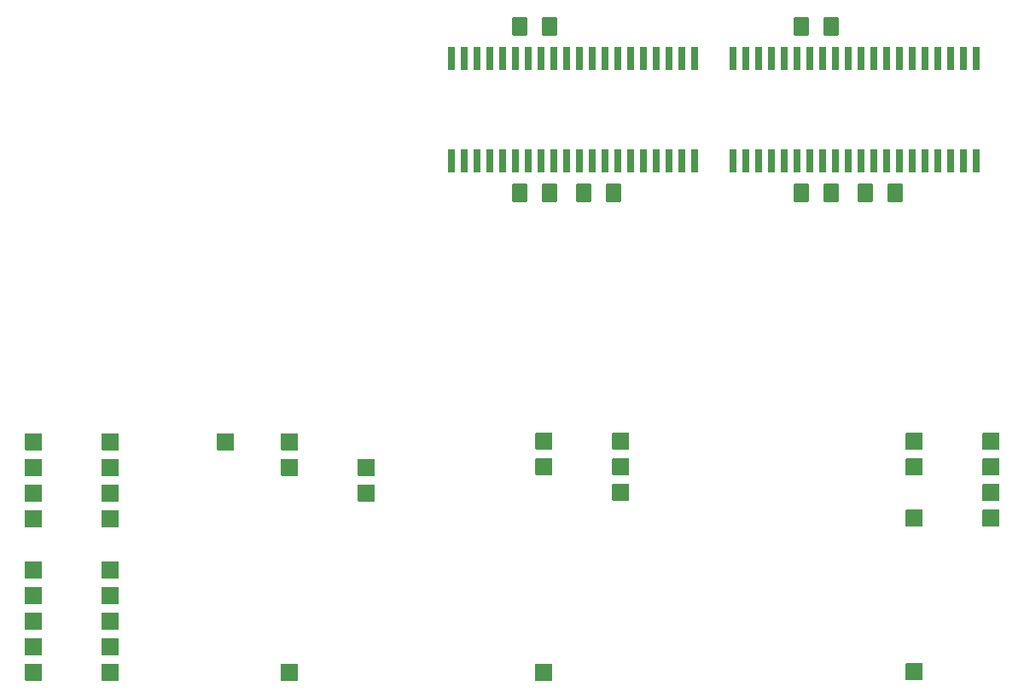
<source format=gts>
G04 #@! TF.GenerationSoftware,KiCad,Pcbnew,(5.1.2-1)-1*
G04 #@! TF.CreationDate,2019-09-30T22:51:03+01:00*
G04 #@! TF.ProjectId,DRAM Board,4452414d-2042-46f6-9172-642e6b696361,rev?*
G04 #@! TF.SameCoordinates,Original*
G04 #@! TF.FileFunction,Soldermask,Top*
G04 #@! TF.FilePolarity,Negative*
%FSLAX46Y46*%
G04 Gerber Fmt 4.6, Leading zero omitted, Abs format (unit mm)*
G04 Created by KiCad (PCBNEW (5.1.2-1)-1) date 2019-09-30 22:51:03*
%MOMM*%
%LPD*%
G04 APERTURE LIST*
%ADD10C,0.100000*%
G04 APERTURE END LIST*
D10*
G36*
X194367099Y-96497379D02*
G01*
X194389306Y-96504116D01*
X194409778Y-96515058D01*
X194427718Y-96529782D01*
X194442442Y-96547722D01*
X194453384Y-96568194D01*
X194460121Y-96590401D01*
X194463000Y-96619638D01*
X194463000Y-98071362D01*
X194460121Y-98100599D01*
X194453384Y-98122806D01*
X194442442Y-98143278D01*
X194427718Y-98161218D01*
X194409778Y-98175942D01*
X194389306Y-98186884D01*
X194367099Y-98193621D01*
X194337862Y-98196500D01*
X192886138Y-98196500D01*
X192856901Y-98193621D01*
X192834694Y-98186884D01*
X192814222Y-98175942D01*
X192796282Y-98161218D01*
X192781558Y-98143278D01*
X192770616Y-98122806D01*
X192763879Y-98100599D01*
X192761000Y-98071362D01*
X192761000Y-96619638D01*
X192763879Y-96590401D01*
X192770616Y-96568194D01*
X192781558Y-96547722D01*
X192796282Y-96529782D01*
X192814222Y-96515058D01*
X192834694Y-96504116D01*
X192856901Y-96497379D01*
X192886138Y-96494500D01*
X194337862Y-96494500D01*
X194367099Y-96497379D01*
X194367099Y-96497379D01*
G37*
G36*
X169157099Y-96497379D02*
G01*
X169179306Y-96504116D01*
X169199778Y-96515058D01*
X169217718Y-96529782D01*
X169232442Y-96547722D01*
X169243384Y-96568194D01*
X169250121Y-96590401D01*
X169253000Y-96619638D01*
X169253000Y-98071362D01*
X169250121Y-98100599D01*
X169243384Y-98122806D01*
X169232442Y-98143278D01*
X169217718Y-98161218D01*
X169199778Y-98175942D01*
X169179306Y-98186884D01*
X169157099Y-98193621D01*
X169127862Y-98196500D01*
X167676138Y-98196500D01*
X167646901Y-98193621D01*
X167624694Y-98186884D01*
X167604222Y-98175942D01*
X167586282Y-98161218D01*
X167571558Y-98143278D01*
X167560616Y-98122806D01*
X167553879Y-98100599D01*
X167551000Y-98071362D01*
X167551000Y-96619638D01*
X167553879Y-96590401D01*
X167560616Y-96568194D01*
X167571558Y-96547722D01*
X167586282Y-96529782D01*
X167604222Y-96515058D01*
X167624694Y-96504116D01*
X167646901Y-96497379D01*
X167676138Y-96494500D01*
X169127862Y-96494500D01*
X169157099Y-96497379D01*
X169157099Y-96497379D01*
G37*
G36*
X151377099Y-96497379D02*
G01*
X151399306Y-96504116D01*
X151419778Y-96515058D01*
X151437718Y-96529782D01*
X151452442Y-96547722D01*
X151463384Y-96568194D01*
X151470121Y-96590401D01*
X151473000Y-96619638D01*
X151473000Y-98071362D01*
X151470121Y-98100599D01*
X151463384Y-98122806D01*
X151452442Y-98143278D01*
X151437718Y-98161218D01*
X151419778Y-98175942D01*
X151399306Y-98186884D01*
X151377099Y-98193621D01*
X151347862Y-98196500D01*
X149896138Y-98196500D01*
X149866901Y-98193621D01*
X149844694Y-98186884D01*
X149824222Y-98175942D01*
X149806282Y-98161218D01*
X149791558Y-98143278D01*
X149780616Y-98122806D01*
X149773879Y-98100599D01*
X149771000Y-98071362D01*
X149771000Y-96619638D01*
X149773879Y-96590401D01*
X149780616Y-96568194D01*
X149791558Y-96547722D01*
X149806282Y-96529782D01*
X149824222Y-96515058D01*
X149844694Y-96504116D01*
X149866901Y-96497379D01*
X149896138Y-96494500D01*
X151347862Y-96494500D01*
X151377099Y-96497379D01*
X151377099Y-96497379D01*
G37*
G36*
X143757099Y-96484679D02*
G01*
X143779306Y-96491416D01*
X143799778Y-96502358D01*
X143817718Y-96517082D01*
X143832442Y-96535022D01*
X143843384Y-96555494D01*
X143850121Y-96577701D01*
X143853000Y-96606938D01*
X143853000Y-98058662D01*
X143850121Y-98087899D01*
X143843384Y-98110106D01*
X143832442Y-98130578D01*
X143817718Y-98148518D01*
X143799778Y-98163242D01*
X143779306Y-98174184D01*
X143757099Y-98180921D01*
X143727862Y-98183800D01*
X142276138Y-98183800D01*
X142246901Y-98180921D01*
X142224694Y-98174184D01*
X142204222Y-98163242D01*
X142186282Y-98148518D01*
X142171558Y-98130578D01*
X142160616Y-98110106D01*
X142153879Y-98087899D01*
X142151000Y-98058662D01*
X142151000Y-96606938D01*
X142153879Y-96577701D01*
X142160616Y-96555494D01*
X142171558Y-96535022D01*
X142186282Y-96517082D01*
X142204222Y-96502358D01*
X142224694Y-96491416D01*
X142246901Y-96484679D01*
X142276138Y-96481800D01*
X143727862Y-96481800D01*
X143757099Y-96484679D01*
X143757099Y-96484679D01*
G37*
G36*
X231133099Y-96433879D02*
G01*
X231155306Y-96440616D01*
X231175778Y-96451558D01*
X231193718Y-96466282D01*
X231208442Y-96484222D01*
X231219384Y-96504694D01*
X231226121Y-96526901D01*
X231229000Y-96556138D01*
X231229000Y-98007862D01*
X231226121Y-98037099D01*
X231219384Y-98059306D01*
X231208442Y-98079778D01*
X231193718Y-98097718D01*
X231175778Y-98112442D01*
X231155306Y-98123384D01*
X231133099Y-98130121D01*
X231103862Y-98133000D01*
X229652138Y-98133000D01*
X229622901Y-98130121D01*
X229600694Y-98123384D01*
X229580222Y-98112442D01*
X229562282Y-98097718D01*
X229547558Y-98079778D01*
X229536616Y-98059306D01*
X229529879Y-98037099D01*
X229527000Y-98007862D01*
X229527000Y-96556138D01*
X229529879Y-96526901D01*
X229536616Y-96504694D01*
X229547558Y-96484222D01*
X229562282Y-96466282D01*
X229580222Y-96451558D01*
X229600694Y-96440616D01*
X229622901Y-96433879D01*
X229652138Y-96431000D01*
X231103862Y-96431000D01*
X231133099Y-96433879D01*
X231133099Y-96433879D01*
G37*
G36*
X143757099Y-93957379D02*
G01*
X143779306Y-93964116D01*
X143799778Y-93975058D01*
X143817718Y-93989782D01*
X143832442Y-94007722D01*
X143843384Y-94028194D01*
X143850121Y-94050401D01*
X143853000Y-94079638D01*
X143853000Y-95531362D01*
X143850121Y-95560599D01*
X143843384Y-95582806D01*
X143832442Y-95603278D01*
X143817718Y-95621218D01*
X143799778Y-95635942D01*
X143779306Y-95646884D01*
X143757099Y-95653621D01*
X143727862Y-95656500D01*
X142276138Y-95656500D01*
X142246901Y-95653621D01*
X142224694Y-95646884D01*
X142204222Y-95635942D01*
X142186282Y-95621218D01*
X142171558Y-95603278D01*
X142160616Y-95582806D01*
X142153879Y-95560599D01*
X142151000Y-95531362D01*
X142151000Y-94079638D01*
X142153879Y-94050401D01*
X142160616Y-94028194D01*
X142171558Y-94007722D01*
X142186282Y-93989782D01*
X142204222Y-93975058D01*
X142224694Y-93964116D01*
X142246901Y-93957379D01*
X142276138Y-93954500D01*
X143727862Y-93954500D01*
X143757099Y-93957379D01*
X143757099Y-93957379D01*
G37*
G36*
X151377099Y-93957379D02*
G01*
X151399306Y-93964116D01*
X151419778Y-93975058D01*
X151437718Y-93989782D01*
X151452442Y-94007722D01*
X151463384Y-94028194D01*
X151470121Y-94050401D01*
X151473000Y-94079638D01*
X151473000Y-95531362D01*
X151470121Y-95560599D01*
X151463384Y-95582806D01*
X151452442Y-95603278D01*
X151437718Y-95621218D01*
X151419778Y-95635942D01*
X151399306Y-95646884D01*
X151377099Y-95653621D01*
X151347862Y-95656500D01*
X149896138Y-95656500D01*
X149866901Y-95653621D01*
X149844694Y-95646884D01*
X149824222Y-95635942D01*
X149806282Y-95621218D01*
X149791558Y-95603278D01*
X149780616Y-95582806D01*
X149773879Y-95560599D01*
X149771000Y-95531362D01*
X149771000Y-94079638D01*
X149773879Y-94050401D01*
X149780616Y-94028194D01*
X149791558Y-94007722D01*
X149806282Y-93989782D01*
X149824222Y-93975058D01*
X149844694Y-93964116D01*
X149866901Y-93957379D01*
X149896138Y-93954500D01*
X151347862Y-93954500D01*
X151377099Y-93957379D01*
X151377099Y-93957379D01*
G37*
G36*
X151377099Y-91417379D02*
G01*
X151399306Y-91424116D01*
X151419778Y-91435058D01*
X151437718Y-91449782D01*
X151452442Y-91467722D01*
X151463384Y-91488194D01*
X151470121Y-91510401D01*
X151473000Y-91539638D01*
X151473000Y-92991362D01*
X151470121Y-93020599D01*
X151463384Y-93042806D01*
X151452442Y-93063278D01*
X151437718Y-93081218D01*
X151419778Y-93095942D01*
X151399306Y-93106884D01*
X151377099Y-93113621D01*
X151347862Y-93116500D01*
X149896138Y-93116500D01*
X149866901Y-93113621D01*
X149844694Y-93106884D01*
X149824222Y-93095942D01*
X149806282Y-93081218D01*
X149791558Y-93063278D01*
X149780616Y-93042806D01*
X149773879Y-93020599D01*
X149771000Y-92991362D01*
X149771000Y-91539638D01*
X149773879Y-91510401D01*
X149780616Y-91488194D01*
X149791558Y-91467722D01*
X149806282Y-91449782D01*
X149824222Y-91435058D01*
X149844694Y-91424116D01*
X149866901Y-91417379D01*
X149896138Y-91414500D01*
X151347862Y-91414500D01*
X151377099Y-91417379D01*
X151377099Y-91417379D01*
G37*
G36*
X143757099Y-91417379D02*
G01*
X143779306Y-91424116D01*
X143799778Y-91435058D01*
X143817718Y-91449782D01*
X143832442Y-91467722D01*
X143843384Y-91488194D01*
X143850121Y-91510401D01*
X143853000Y-91539638D01*
X143853000Y-92991362D01*
X143850121Y-93020599D01*
X143843384Y-93042806D01*
X143832442Y-93063278D01*
X143817718Y-93081218D01*
X143799778Y-93095942D01*
X143779306Y-93106884D01*
X143757099Y-93113621D01*
X143727862Y-93116500D01*
X142276138Y-93116500D01*
X142246901Y-93113621D01*
X142224694Y-93106884D01*
X142204222Y-93095942D01*
X142186282Y-93081218D01*
X142171558Y-93063278D01*
X142160616Y-93042806D01*
X142153879Y-93020599D01*
X142151000Y-92991362D01*
X142151000Y-91539638D01*
X142153879Y-91510401D01*
X142160616Y-91488194D01*
X142171558Y-91467722D01*
X142186282Y-91449782D01*
X142204222Y-91435058D01*
X142224694Y-91424116D01*
X142246901Y-91417379D01*
X142276138Y-91414500D01*
X143727862Y-91414500D01*
X143757099Y-91417379D01*
X143757099Y-91417379D01*
G37*
G36*
X143757099Y-88877379D02*
G01*
X143779306Y-88884116D01*
X143799778Y-88895058D01*
X143817718Y-88909782D01*
X143832442Y-88927722D01*
X143843384Y-88948194D01*
X143850121Y-88970401D01*
X143853000Y-88999638D01*
X143853000Y-90451362D01*
X143850121Y-90480599D01*
X143843384Y-90502806D01*
X143832442Y-90523278D01*
X143817718Y-90541218D01*
X143799778Y-90555942D01*
X143779306Y-90566884D01*
X143757099Y-90573621D01*
X143727862Y-90576500D01*
X142276138Y-90576500D01*
X142246901Y-90573621D01*
X142224694Y-90566884D01*
X142204222Y-90555942D01*
X142186282Y-90541218D01*
X142171558Y-90523278D01*
X142160616Y-90502806D01*
X142153879Y-90480599D01*
X142151000Y-90451362D01*
X142151000Y-88999638D01*
X142153879Y-88970401D01*
X142160616Y-88948194D01*
X142171558Y-88927722D01*
X142186282Y-88909782D01*
X142204222Y-88895058D01*
X142224694Y-88884116D01*
X142246901Y-88877379D01*
X142276138Y-88874500D01*
X143727862Y-88874500D01*
X143757099Y-88877379D01*
X143757099Y-88877379D01*
G37*
G36*
X151377099Y-88877379D02*
G01*
X151399306Y-88884116D01*
X151419778Y-88895058D01*
X151437718Y-88909782D01*
X151452442Y-88927722D01*
X151463384Y-88948194D01*
X151470121Y-88970401D01*
X151473000Y-88999638D01*
X151473000Y-90451362D01*
X151470121Y-90480599D01*
X151463384Y-90502806D01*
X151452442Y-90523278D01*
X151437718Y-90541218D01*
X151419778Y-90555942D01*
X151399306Y-90566884D01*
X151377099Y-90573621D01*
X151347862Y-90576500D01*
X149896138Y-90576500D01*
X149866901Y-90573621D01*
X149844694Y-90566884D01*
X149824222Y-90555942D01*
X149806282Y-90541218D01*
X149791558Y-90523278D01*
X149780616Y-90502806D01*
X149773879Y-90480599D01*
X149771000Y-90451362D01*
X149771000Y-88999638D01*
X149773879Y-88970401D01*
X149780616Y-88948194D01*
X149791558Y-88927722D01*
X149806282Y-88909782D01*
X149824222Y-88895058D01*
X149844694Y-88884116D01*
X149866901Y-88877379D01*
X149896138Y-88874500D01*
X151347862Y-88874500D01*
X151377099Y-88877379D01*
X151377099Y-88877379D01*
G37*
G36*
X143757099Y-86337379D02*
G01*
X143779306Y-86344116D01*
X143799778Y-86355058D01*
X143817718Y-86369782D01*
X143832442Y-86387722D01*
X143843384Y-86408194D01*
X143850121Y-86430401D01*
X143853000Y-86459638D01*
X143853000Y-87911362D01*
X143850121Y-87940599D01*
X143843384Y-87962806D01*
X143832442Y-87983278D01*
X143817718Y-88001218D01*
X143799778Y-88015942D01*
X143779306Y-88026884D01*
X143757099Y-88033621D01*
X143727862Y-88036500D01*
X142276138Y-88036500D01*
X142246901Y-88033621D01*
X142224694Y-88026884D01*
X142204222Y-88015942D01*
X142186282Y-88001218D01*
X142171558Y-87983278D01*
X142160616Y-87962806D01*
X142153879Y-87940599D01*
X142151000Y-87911362D01*
X142151000Y-86459638D01*
X142153879Y-86430401D01*
X142160616Y-86408194D01*
X142171558Y-86387722D01*
X142186282Y-86369782D01*
X142204222Y-86355058D01*
X142224694Y-86344116D01*
X142246901Y-86337379D01*
X142276138Y-86334500D01*
X143727862Y-86334500D01*
X143757099Y-86337379D01*
X143757099Y-86337379D01*
G37*
G36*
X151377099Y-86337379D02*
G01*
X151399306Y-86344116D01*
X151419778Y-86355058D01*
X151437718Y-86369782D01*
X151452442Y-86387722D01*
X151463384Y-86408194D01*
X151470121Y-86430401D01*
X151473000Y-86459638D01*
X151473000Y-87911362D01*
X151470121Y-87940599D01*
X151463384Y-87962806D01*
X151452442Y-87983278D01*
X151437718Y-88001218D01*
X151419778Y-88015942D01*
X151399306Y-88026884D01*
X151377099Y-88033621D01*
X151347862Y-88036500D01*
X149896138Y-88036500D01*
X149866901Y-88033621D01*
X149844694Y-88026884D01*
X149824222Y-88015942D01*
X149806282Y-88001218D01*
X149791558Y-87983278D01*
X149780616Y-87962806D01*
X149773879Y-87940599D01*
X149771000Y-87911362D01*
X149771000Y-86459638D01*
X149773879Y-86430401D01*
X149780616Y-86408194D01*
X149791558Y-86387722D01*
X149806282Y-86369782D01*
X149824222Y-86355058D01*
X149844694Y-86344116D01*
X149866901Y-86337379D01*
X149896138Y-86334500D01*
X151347862Y-86334500D01*
X151377099Y-86337379D01*
X151377099Y-86337379D01*
G37*
G36*
X143757099Y-81257379D02*
G01*
X143779306Y-81264116D01*
X143799778Y-81275058D01*
X143817718Y-81289782D01*
X143832442Y-81307722D01*
X143843384Y-81328194D01*
X143850121Y-81350401D01*
X143853000Y-81379638D01*
X143853000Y-82831362D01*
X143850121Y-82860599D01*
X143843384Y-82882806D01*
X143832442Y-82903278D01*
X143817718Y-82921218D01*
X143799778Y-82935942D01*
X143779306Y-82946884D01*
X143757099Y-82953621D01*
X143727862Y-82956500D01*
X142276138Y-82956500D01*
X142246901Y-82953621D01*
X142224694Y-82946884D01*
X142204222Y-82935942D01*
X142186282Y-82921218D01*
X142171558Y-82903278D01*
X142160616Y-82882806D01*
X142153879Y-82860599D01*
X142151000Y-82831362D01*
X142151000Y-81379638D01*
X142153879Y-81350401D01*
X142160616Y-81328194D01*
X142171558Y-81307722D01*
X142186282Y-81289782D01*
X142204222Y-81275058D01*
X142224694Y-81264116D01*
X142246901Y-81257379D01*
X142276138Y-81254500D01*
X143727862Y-81254500D01*
X143757099Y-81257379D01*
X143757099Y-81257379D01*
G37*
G36*
X151377099Y-81257379D02*
G01*
X151399306Y-81264116D01*
X151419778Y-81275058D01*
X151437718Y-81289782D01*
X151452442Y-81307722D01*
X151463384Y-81328194D01*
X151470121Y-81350401D01*
X151473000Y-81379638D01*
X151473000Y-82831362D01*
X151470121Y-82860599D01*
X151463384Y-82882806D01*
X151452442Y-82903278D01*
X151437718Y-82921218D01*
X151419778Y-82935942D01*
X151399306Y-82946884D01*
X151377099Y-82953621D01*
X151347862Y-82956500D01*
X149896138Y-82956500D01*
X149866901Y-82953621D01*
X149844694Y-82946884D01*
X149824222Y-82935942D01*
X149806282Y-82921218D01*
X149791558Y-82903278D01*
X149780616Y-82882806D01*
X149773879Y-82860599D01*
X149771000Y-82831362D01*
X149771000Y-81379638D01*
X149773879Y-81350401D01*
X149780616Y-81328194D01*
X149791558Y-81307722D01*
X149806282Y-81289782D01*
X149824222Y-81275058D01*
X149844694Y-81264116D01*
X149866901Y-81257379D01*
X149896138Y-81254500D01*
X151347862Y-81254500D01*
X151377099Y-81257379D01*
X151377099Y-81257379D01*
G37*
G36*
X238753099Y-81193879D02*
G01*
X238775306Y-81200616D01*
X238795778Y-81211558D01*
X238813718Y-81226282D01*
X238828442Y-81244222D01*
X238839384Y-81264694D01*
X238846121Y-81286901D01*
X238849000Y-81316138D01*
X238849000Y-82767862D01*
X238846121Y-82797099D01*
X238839384Y-82819306D01*
X238828442Y-82839778D01*
X238813718Y-82857718D01*
X238795778Y-82872442D01*
X238775306Y-82883384D01*
X238753099Y-82890121D01*
X238723862Y-82893000D01*
X237272138Y-82893000D01*
X237242901Y-82890121D01*
X237220694Y-82883384D01*
X237200222Y-82872442D01*
X237182282Y-82857718D01*
X237167558Y-82839778D01*
X237156616Y-82819306D01*
X237149879Y-82797099D01*
X237147000Y-82767862D01*
X237147000Y-81316138D01*
X237149879Y-81286901D01*
X237156616Y-81264694D01*
X237167558Y-81244222D01*
X237182282Y-81226282D01*
X237200222Y-81211558D01*
X237220694Y-81200616D01*
X237242901Y-81193879D01*
X237272138Y-81191000D01*
X238723862Y-81191000D01*
X238753099Y-81193879D01*
X238753099Y-81193879D01*
G37*
G36*
X231133099Y-81193879D02*
G01*
X231155306Y-81200616D01*
X231175778Y-81211558D01*
X231193718Y-81226282D01*
X231208442Y-81244222D01*
X231219384Y-81264694D01*
X231226121Y-81286901D01*
X231229000Y-81316138D01*
X231229000Y-82767862D01*
X231226121Y-82797099D01*
X231219384Y-82819306D01*
X231208442Y-82839778D01*
X231193718Y-82857718D01*
X231175778Y-82872442D01*
X231155306Y-82883384D01*
X231133099Y-82890121D01*
X231103862Y-82893000D01*
X229652138Y-82893000D01*
X229622901Y-82890121D01*
X229600694Y-82883384D01*
X229580222Y-82872442D01*
X229562282Y-82857718D01*
X229547558Y-82839778D01*
X229536616Y-82819306D01*
X229529879Y-82797099D01*
X229527000Y-82767862D01*
X229527000Y-81316138D01*
X229529879Y-81286901D01*
X229536616Y-81264694D01*
X229547558Y-81244222D01*
X229562282Y-81226282D01*
X229580222Y-81211558D01*
X229600694Y-81200616D01*
X229622901Y-81193879D01*
X229652138Y-81191000D01*
X231103862Y-81191000D01*
X231133099Y-81193879D01*
X231133099Y-81193879D01*
G37*
G36*
X143757099Y-78717379D02*
G01*
X143779306Y-78724116D01*
X143799778Y-78735058D01*
X143817718Y-78749782D01*
X143832442Y-78767722D01*
X143843384Y-78788194D01*
X143850121Y-78810401D01*
X143853000Y-78839638D01*
X143853000Y-80291362D01*
X143850121Y-80320599D01*
X143843384Y-80342806D01*
X143832442Y-80363278D01*
X143817718Y-80381218D01*
X143799778Y-80395942D01*
X143779306Y-80406884D01*
X143757099Y-80413621D01*
X143727862Y-80416500D01*
X142276138Y-80416500D01*
X142246901Y-80413621D01*
X142224694Y-80406884D01*
X142204222Y-80395942D01*
X142186282Y-80381218D01*
X142171558Y-80363278D01*
X142160616Y-80342806D01*
X142153879Y-80320599D01*
X142151000Y-80291362D01*
X142151000Y-78839638D01*
X142153879Y-78810401D01*
X142160616Y-78788194D01*
X142171558Y-78767722D01*
X142186282Y-78749782D01*
X142204222Y-78735058D01*
X142224694Y-78724116D01*
X142246901Y-78717379D01*
X142276138Y-78714500D01*
X143727862Y-78714500D01*
X143757099Y-78717379D01*
X143757099Y-78717379D01*
G37*
G36*
X151377099Y-78717379D02*
G01*
X151399306Y-78724116D01*
X151419778Y-78735058D01*
X151437718Y-78749782D01*
X151452442Y-78767722D01*
X151463384Y-78788194D01*
X151470121Y-78810401D01*
X151473000Y-78839638D01*
X151473000Y-80291362D01*
X151470121Y-80320599D01*
X151463384Y-80342806D01*
X151452442Y-80363278D01*
X151437718Y-80381218D01*
X151419778Y-80395942D01*
X151399306Y-80406884D01*
X151377099Y-80413621D01*
X151347862Y-80416500D01*
X149896138Y-80416500D01*
X149866901Y-80413621D01*
X149844694Y-80406884D01*
X149824222Y-80395942D01*
X149806282Y-80381218D01*
X149791558Y-80363278D01*
X149780616Y-80342806D01*
X149773879Y-80320599D01*
X149771000Y-80291362D01*
X149771000Y-78839638D01*
X149773879Y-78810401D01*
X149780616Y-78788194D01*
X149791558Y-78767722D01*
X149806282Y-78749782D01*
X149824222Y-78735058D01*
X149844694Y-78724116D01*
X149866901Y-78717379D01*
X149896138Y-78714500D01*
X151347862Y-78714500D01*
X151377099Y-78717379D01*
X151377099Y-78717379D01*
G37*
G36*
X176777099Y-78704679D02*
G01*
X176799306Y-78711416D01*
X176819778Y-78722358D01*
X176837718Y-78737082D01*
X176852442Y-78755022D01*
X176863384Y-78775494D01*
X176870121Y-78797701D01*
X176873000Y-78826938D01*
X176873000Y-80278662D01*
X176870121Y-80307899D01*
X176863384Y-80330106D01*
X176852442Y-80350578D01*
X176837718Y-80368518D01*
X176819778Y-80383242D01*
X176799306Y-80394184D01*
X176777099Y-80400921D01*
X176747862Y-80403800D01*
X175296138Y-80403800D01*
X175266901Y-80400921D01*
X175244694Y-80394184D01*
X175224222Y-80383242D01*
X175206282Y-80368518D01*
X175191558Y-80350578D01*
X175180616Y-80330106D01*
X175173879Y-80307899D01*
X175171000Y-80278662D01*
X175171000Y-78826938D01*
X175173879Y-78797701D01*
X175180616Y-78775494D01*
X175191558Y-78755022D01*
X175206282Y-78737082D01*
X175224222Y-78722358D01*
X175244694Y-78711416D01*
X175266901Y-78704679D01*
X175296138Y-78701800D01*
X176747862Y-78701800D01*
X176777099Y-78704679D01*
X176777099Y-78704679D01*
G37*
G36*
X238753099Y-78653879D02*
G01*
X238775306Y-78660616D01*
X238795778Y-78671558D01*
X238813718Y-78686282D01*
X238828442Y-78704222D01*
X238839384Y-78724694D01*
X238846121Y-78746901D01*
X238849000Y-78776138D01*
X238849000Y-80227862D01*
X238846121Y-80257099D01*
X238839384Y-80279306D01*
X238828442Y-80299778D01*
X238813718Y-80317718D01*
X238795778Y-80332442D01*
X238775306Y-80343384D01*
X238753099Y-80350121D01*
X238723862Y-80353000D01*
X237272138Y-80353000D01*
X237242901Y-80350121D01*
X237220694Y-80343384D01*
X237200222Y-80332442D01*
X237182282Y-80317718D01*
X237167558Y-80299778D01*
X237156616Y-80279306D01*
X237149879Y-80257099D01*
X237147000Y-80227862D01*
X237147000Y-78776138D01*
X237149879Y-78746901D01*
X237156616Y-78724694D01*
X237167558Y-78704222D01*
X237182282Y-78686282D01*
X237200222Y-78671558D01*
X237220694Y-78660616D01*
X237242901Y-78653879D01*
X237272138Y-78651000D01*
X238723862Y-78651000D01*
X238753099Y-78653879D01*
X238753099Y-78653879D01*
G37*
G36*
X202025099Y-78628479D02*
G01*
X202047306Y-78635216D01*
X202067778Y-78646158D01*
X202085718Y-78660882D01*
X202100442Y-78678822D01*
X202111384Y-78699294D01*
X202118121Y-78721501D01*
X202121000Y-78750738D01*
X202121000Y-80202462D01*
X202118121Y-80231699D01*
X202111384Y-80253906D01*
X202100442Y-80274378D01*
X202085718Y-80292318D01*
X202067778Y-80307042D01*
X202047306Y-80317984D01*
X202025099Y-80324721D01*
X201995862Y-80327600D01*
X200544138Y-80327600D01*
X200514901Y-80324721D01*
X200492694Y-80317984D01*
X200472222Y-80307042D01*
X200454282Y-80292318D01*
X200439558Y-80274378D01*
X200428616Y-80253906D01*
X200421879Y-80231699D01*
X200419000Y-80202462D01*
X200419000Y-78750738D01*
X200421879Y-78721501D01*
X200428616Y-78699294D01*
X200439558Y-78678822D01*
X200454282Y-78660882D01*
X200472222Y-78646158D01*
X200492694Y-78635216D01*
X200514901Y-78628479D01*
X200544138Y-78625600D01*
X201995862Y-78625600D01*
X202025099Y-78628479D01*
X202025099Y-78628479D01*
G37*
G36*
X143757099Y-76177379D02*
G01*
X143779306Y-76184116D01*
X143799778Y-76195058D01*
X143817718Y-76209782D01*
X143832442Y-76227722D01*
X143843384Y-76248194D01*
X143850121Y-76270401D01*
X143853000Y-76299638D01*
X143853000Y-77751362D01*
X143850121Y-77780599D01*
X143843384Y-77802806D01*
X143832442Y-77823278D01*
X143817718Y-77841218D01*
X143799778Y-77855942D01*
X143779306Y-77866884D01*
X143757099Y-77873621D01*
X143727862Y-77876500D01*
X142276138Y-77876500D01*
X142246901Y-77873621D01*
X142224694Y-77866884D01*
X142204222Y-77855942D01*
X142186282Y-77841218D01*
X142171558Y-77823278D01*
X142160616Y-77802806D01*
X142153879Y-77780599D01*
X142151000Y-77751362D01*
X142151000Y-76299638D01*
X142153879Y-76270401D01*
X142160616Y-76248194D01*
X142171558Y-76227722D01*
X142186282Y-76209782D01*
X142204222Y-76195058D01*
X142224694Y-76184116D01*
X142246901Y-76177379D01*
X142276138Y-76174500D01*
X143727862Y-76174500D01*
X143757099Y-76177379D01*
X143757099Y-76177379D01*
G37*
G36*
X151377099Y-76177379D02*
G01*
X151399306Y-76184116D01*
X151419778Y-76195058D01*
X151437718Y-76209782D01*
X151452442Y-76227722D01*
X151463384Y-76248194D01*
X151470121Y-76270401D01*
X151473000Y-76299638D01*
X151473000Y-77751362D01*
X151470121Y-77780599D01*
X151463384Y-77802806D01*
X151452442Y-77823278D01*
X151437718Y-77841218D01*
X151419778Y-77855942D01*
X151399306Y-77866884D01*
X151377099Y-77873621D01*
X151347862Y-77876500D01*
X149896138Y-77876500D01*
X149866901Y-77873621D01*
X149844694Y-77866884D01*
X149824222Y-77855942D01*
X149806282Y-77841218D01*
X149791558Y-77823278D01*
X149780616Y-77802806D01*
X149773879Y-77780599D01*
X149771000Y-77751362D01*
X149771000Y-76299638D01*
X149773879Y-76270401D01*
X149780616Y-76248194D01*
X149791558Y-76227722D01*
X149806282Y-76209782D01*
X149824222Y-76195058D01*
X149844694Y-76184116D01*
X149866901Y-76177379D01*
X149896138Y-76174500D01*
X151347862Y-76174500D01*
X151377099Y-76177379D01*
X151377099Y-76177379D01*
G37*
G36*
X169157099Y-76164679D02*
G01*
X169179306Y-76171416D01*
X169199778Y-76182358D01*
X169217718Y-76197082D01*
X169232442Y-76215022D01*
X169243384Y-76235494D01*
X169250121Y-76257701D01*
X169253000Y-76286938D01*
X169253000Y-77738662D01*
X169250121Y-77767899D01*
X169243384Y-77790106D01*
X169232442Y-77810578D01*
X169217718Y-77828518D01*
X169199778Y-77843242D01*
X169179306Y-77854184D01*
X169157099Y-77860921D01*
X169127862Y-77863800D01*
X167676138Y-77863800D01*
X167646901Y-77860921D01*
X167624694Y-77854184D01*
X167604222Y-77843242D01*
X167586282Y-77828518D01*
X167571558Y-77810578D01*
X167560616Y-77790106D01*
X167553879Y-77767899D01*
X167551000Y-77738662D01*
X167551000Y-76286938D01*
X167553879Y-76257701D01*
X167560616Y-76235494D01*
X167571558Y-76215022D01*
X167586282Y-76197082D01*
X167604222Y-76182358D01*
X167624694Y-76171416D01*
X167646901Y-76164679D01*
X167676138Y-76161800D01*
X169127862Y-76161800D01*
X169157099Y-76164679D01*
X169157099Y-76164679D01*
G37*
G36*
X176777099Y-76164679D02*
G01*
X176799306Y-76171416D01*
X176819778Y-76182358D01*
X176837718Y-76197082D01*
X176852442Y-76215022D01*
X176863384Y-76235494D01*
X176870121Y-76257701D01*
X176873000Y-76286938D01*
X176873000Y-77738662D01*
X176870121Y-77767899D01*
X176863384Y-77790106D01*
X176852442Y-77810578D01*
X176837718Y-77828518D01*
X176819778Y-77843242D01*
X176799306Y-77854184D01*
X176777099Y-77860921D01*
X176747862Y-77863800D01*
X175296138Y-77863800D01*
X175266901Y-77860921D01*
X175244694Y-77854184D01*
X175224222Y-77843242D01*
X175206282Y-77828518D01*
X175191558Y-77810578D01*
X175180616Y-77790106D01*
X175173879Y-77767899D01*
X175171000Y-77738662D01*
X175171000Y-76286938D01*
X175173879Y-76257701D01*
X175180616Y-76235494D01*
X175191558Y-76215022D01*
X175206282Y-76197082D01*
X175224222Y-76182358D01*
X175244694Y-76171416D01*
X175266901Y-76164679D01*
X175296138Y-76161800D01*
X176747862Y-76161800D01*
X176777099Y-76164679D01*
X176777099Y-76164679D01*
G37*
G36*
X231133099Y-76113879D02*
G01*
X231155306Y-76120616D01*
X231175778Y-76131558D01*
X231193718Y-76146282D01*
X231208442Y-76164222D01*
X231219384Y-76184694D01*
X231226121Y-76206901D01*
X231229000Y-76236138D01*
X231229000Y-77687862D01*
X231226121Y-77717099D01*
X231219384Y-77739306D01*
X231208442Y-77759778D01*
X231193718Y-77777718D01*
X231175778Y-77792442D01*
X231155306Y-77803384D01*
X231133099Y-77810121D01*
X231103862Y-77813000D01*
X229652138Y-77813000D01*
X229622901Y-77810121D01*
X229600694Y-77803384D01*
X229580222Y-77792442D01*
X229562282Y-77777718D01*
X229547558Y-77759778D01*
X229536616Y-77739306D01*
X229529879Y-77717099D01*
X229527000Y-77687862D01*
X229527000Y-76236138D01*
X229529879Y-76206901D01*
X229536616Y-76184694D01*
X229547558Y-76164222D01*
X229562282Y-76146282D01*
X229580222Y-76131558D01*
X229600694Y-76120616D01*
X229622901Y-76113879D01*
X229652138Y-76111000D01*
X231103862Y-76111000D01*
X231133099Y-76113879D01*
X231133099Y-76113879D01*
G37*
G36*
X238753099Y-76113879D02*
G01*
X238775306Y-76120616D01*
X238795778Y-76131558D01*
X238813718Y-76146282D01*
X238828442Y-76164222D01*
X238839384Y-76184694D01*
X238846121Y-76206901D01*
X238849000Y-76236138D01*
X238849000Y-77687862D01*
X238846121Y-77717099D01*
X238839384Y-77739306D01*
X238828442Y-77759778D01*
X238813718Y-77777718D01*
X238795778Y-77792442D01*
X238775306Y-77803384D01*
X238753099Y-77810121D01*
X238723862Y-77813000D01*
X237272138Y-77813000D01*
X237242901Y-77810121D01*
X237220694Y-77803384D01*
X237200222Y-77792442D01*
X237182282Y-77777718D01*
X237167558Y-77759778D01*
X237156616Y-77739306D01*
X237149879Y-77717099D01*
X237147000Y-77687862D01*
X237147000Y-76236138D01*
X237149879Y-76206901D01*
X237156616Y-76184694D01*
X237167558Y-76164222D01*
X237182282Y-76146282D01*
X237200222Y-76131558D01*
X237220694Y-76120616D01*
X237242901Y-76113879D01*
X237272138Y-76111000D01*
X238723862Y-76111000D01*
X238753099Y-76113879D01*
X238753099Y-76113879D01*
G37*
G36*
X194405099Y-76088479D02*
G01*
X194427306Y-76095216D01*
X194447778Y-76106158D01*
X194465718Y-76120882D01*
X194480442Y-76138822D01*
X194491384Y-76159294D01*
X194498121Y-76181501D01*
X194501000Y-76210738D01*
X194501000Y-77662462D01*
X194498121Y-77691699D01*
X194491384Y-77713906D01*
X194480442Y-77734378D01*
X194465718Y-77752318D01*
X194447778Y-77767042D01*
X194427306Y-77777984D01*
X194405099Y-77784721D01*
X194375862Y-77787600D01*
X192924138Y-77787600D01*
X192894901Y-77784721D01*
X192872694Y-77777984D01*
X192852222Y-77767042D01*
X192834282Y-77752318D01*
X192819558Y-77734378D01*
X192808616Y-77713906D01*
X192801879Y-77691699D01*
X192799000Y-77662462D01*
X192799000Y-76210738D01*
X192801879Y-76181501D01*
X192808616Y-76159294D01*
X192819558Y-76138822D01*
X192834282Y-76120882D01*
X192852222Y-76106158D01*
X192872694Y-76095216D01*
X192894901Y-76088479D01*
X192924138Y-76085600D01*
X194375862Y-76085600D01*
X194405099Y-76088479D01*
X194405099Y-76088479D01*
G37*
G36*
X202025099Y-76088479D02*
G01*
X202047306Y-76095216D01*
X202067778Y-76106158D01*
X202085718Y-76120882D01*
X202100442Y-76138822D01*
X202111384Y-76159294D01*
X202118121Y-76181501D01*
X202121000Y-76210738D01*
X202121000Y-77662462D01*
X202118121Y-77691699D01*
X202111384Y-77713906D01*
X202100442Y-77734378D01*
X202085718Y-77752318D01*
X202067778Y-77767042D01*
X202047306Y-77777984D01*
X202025099Y-77784721D01*
X201995862Y-77787600D01*
X200544138Y-77787600D01*
X200514901Y-77784721D01*
X200492694Y-77777984D01*
X200472222Y-77767042D01*
X200454282Y-77752318D01*
X200439558Y-77734378D01*
X200428616Y-77713906D01*
X200421879Y-77691699D01*
X200419000Y-77662462D01*
X200419000Y-76210738D01*
X200421879Y-76181501D01*
X200428616Y-76159294D01*
X200439558Y-76138822D01*
X200454282Y-76120882D01*
X200472222Y-76106158D01*
X200492694Y-76095216D01*
X200514901Y-76088479D01*
X200544138Y-76085600D01*
X201995862Y-76085600D01*
X202025099Y-76088479D01*
X202025099Y-76088479D01*
G37*
G36*
X143757099Y-73624879D02*
G01*
X143779306Y-73631616D01*
X143799778Y-73642558D01*
X143817718Y-73657282D01*
X143832442Y-73675222D01*
X143843384Y-73695694D01*
X143850121Y-73717901D01*
X143853000Y-73747138D01*
X143853000Y-75198862D01*
X143850121Y-75228099D01*
X143843384Y-75250306D01*
X143832442Y-75270778D01*
X143817718Y-75288718D01*
X143799778Y-75303442D01*
X143779306Y-75314384D01*
X143757099Y-75321121D01*
X143727862Y-75324000D01*
X142276138Y-75324000D01*
X142246901Y-75321121D01*
X142224694Y-75314384D01*
X142204222Y-75303442D01*
X142186282Y-75288718D01*
X142171558Y-75270778D01*
X142160616Y-75250306D01*
X142153879Y-75228099D01*
X142151000Y-75198862D01*
X142151000Y-73747138D01*
X142153879Y-73717901D01*
X142160616Y-73695694D01*
X142171558Y-73675222D01*
X142186282Y-73657282D01*
X142204222Y-73642558D01*
X142224694Y-73631616D01*
X142246901Y-73624879D01*
X142276138Y-73622000D01*
X143727862Y-73622000D01*
X143757099Y-73624879D01*
X143757099Y-73624879D01*
G37*
G36*
X169157099Y-73624879D02*
G01*
X169179306Y-73631616D01*
X169199778Y-73642558D01*
X169217718Y-73657282D01*
X169232442Y-73675222D01*
X169243384Y-73695694D01*
X169250121Y-73717901D01*
X169253000Y-73747138D01*
X169253000Y-75198862D01*
X169250121Y-75228099D01*
X169243384Y-75250306D01*
X169232442Y-75270778D01*
X169217718Y-75288718D01*
X169199778Y-75303442D01*
X169179306Y-75314384D01*
X169157099Y-75321121D01*
X169127862Y-75324000D01*
X167676138Y-75324000D01*
X167646901Y-75321121D01*
X167624694Y-75314384D01*
X167604222Y-75303442D01*
X167586282Y-75288718D01*
X167571558Y-75270778D01*
X167560616Y-75250306D01*
X167553879Y-75228099D01*
X167551000Y-75198862D01*
X167551000Y-73747138D01*
X167553879Y-73717901D01*
X167560616Y-73695694D01*
X167571558Y-73675222D01*
X167586282Y-73657282D01*
X167604222Y-73642558D01*
X167624694Y-73631616D01*
X167646901Y-73624879D01*
X167676138Y-73622000D01*
X169127862Y-73622000D01*
X169157099Y-73624879D01*
X169157099Y-73624879D01*
G37*
G36*
X162807099Y-73624679D02*
G01*
X162829306Y-73631416D01*
X162849778Y-73642358D01*
X162867718Y-73657082D01*
X162882442Y-73675022D01*
X162893384Y-73695494D01*
X162900121Y-73717701D01*
X162903000Y-73746938D01*
X162903000Y-75198662D01*
X162900121Y-75227899D01*
X162893384Y-75250106D01*
X162882442Y-75270578D01*
X162867718Y-75288518D01*
X162849778Y-75303242D01*
X162829306Y-75314184D01*
X162807099Y-75320921D01*
X162777862Y-75323800D01*
X161326138Y-75323800D01*
X161296901Y-75320921D01*
X161274694Y-75314184D01*
X161254222Y-75303242D01*
X161236282Y-75288518D01*
X161221558Y-75270578D01*
X161210616Y-75250106D01*
X161203879Y-75227899D01*
X161201000Y-75198662D01*
X161201000Y-73746938D01*
X161203879Y-73717701D01*
X161210616Y-73695494D01*
X161221558Y-73675022D01*
X161236282Y-73657082D01*
X161254222Y-73642358D01*
X161274694Y-73631416D01*
X161296901Y-73624679D01*
X161326138Y-73621800D01*
X162777862Y-73621800D01*
X162807099Y-73624679D01*
X162807099Y-73624679D01*
G37*
G36*
X151377099Y-73624679D02*
G01*
X151399306Y-73631416D01*
X151419778Y-73642358D01*
X151437718Y-73657082D01*
X151452442Y-73675022D01*
X151463384Y-73695494D01*
X151470121Y-73717701D01*
X151473000Y-73746938D01*
X151473000Y-75198662D01*
X151470121Y-75227899D01*
X151463384Y-75250106D01*
X151452442Y-75270578D01*
X151437718Y-75288518D01*
X151419778Y-75303242D01*
X151399306Y-75314184D01*
X151377099Y-75320921D01*
X151347862Y-75323800D01*
X149896138Y-75323800D01*
X149866901Y-75320921D01*
X149844694Y-75314184D01*
X149824222Y-75303242D01*
X149806282Y-75288518D01*
X149791558Y-75270578D01*
X149780616Y-75250106D01*
X149773879Y-75227899D01*
X149771000Y-75198662D01*
X149771000Y-73746938D01*
X149773879Y-73717701D01*
X149780616Y-73695494D01*
X149791558Y-73675022D01*
X149806282Y-73657082D01*
X149824222Y-73642358D01*
X149844694Y-73631416D01*
X149866901Y-73624679D01*
X149896138Y-73621800D01*
X151347862Y-73621800D01*
X151377099Y-73624679D01*
X151377099Y-73624679D01*
G37*
G36*
X238753099Y-73573879D02*
G01*
X238775306Y-73580616D01*
X238795778Y-73591558D01*
X238813718Y-73606282D01*
X238828442Y-73624222D01*
X238839384Y-73644694D01*
X238846121Y-73666901D01*
X238849000Y-73696138D01*
X238849000Y-75147862D01*
X238846121Y-75177099D01*
X238839384Y-75199306D01*
X238828442Y-75219778D01*
X238813718Y-75237718D01*
X238795778Y-75252442D01*
X238775306Y-75263384D01*
X238753099Y-75270121D01*
X238723862Y-75273000D01*
X237272138Y-75273000D01*
X237242901Y-75270121D01*
X237220694Y-75263384D01*
X237200222Y-75252442D01*
X237182282Y-75237718D01*
X237167558Y-75219778D01*
X237156616Y-75199306D01*
X237149879Y-75177099D01*
X237147000Y-75147862D01*
X237147000Y-73696138D01*
X237149879Y-73666901D01*
X237156616Y-73644694D01*
X237167558Y-73624222D01*
X237182282Y-73606282D01*
X237200222Y-73591558D01*
X237220694Y-73580616D01*
X237242901Y-73573879D01*
X237272138Y-73571000D01*
X238723862Y-73571000D01*
X238753099Y-73573879D01*
X238753099Y-73573879D01*
G37*
G36*
X231133099Y-73573879D02*
G01*
X231155306Y-73580616D01*
X231175778Y-73591558D01*
X231193718Y-73606282D01*
X231208442Y-73624222D01*
X231219384Y-73644694D01*
X231226121Y-73666901D01*
X231229000Y-73696138D01*
X231229000Y-75147862D01*
X231226121Y-75177099D01*
X231219384Y-75199306D01*
X231208442Y-75219778D01*
X231193718Y-75237718D01*
X231175778Y-75252442D01*
X231155306Y-75263384D01*
X231133099Y-75270121D01*
X231103862Y-75273000D01*
X229652138Y-75273000D01*
X229622901Y-75270121D01*
X229600694Y-75263384D01*
X229580222Y-75252442D01*
X229562282Y-75237718D01*
X229547558Y-75219778D01*
X229536616Y-75199306D01*
X229529879Y-75177099D01*
X229527000Y-75147862D01*
X229527000Y-73696138D01*
X229529879Y-73666901D01*
X229536616Y-73644694D01*
X229547558Y-73624222D01*
X229562282Y-73606282D01*
X229580222Y-73591558D01*
X229600694Y-73580616D01*
X229622901Y-73573879D01*
X229652138Y-73571000D01*
X231103862Y-73571000D01*
X231133099Y-73573879D01*
X231133099Y-73573879D01*
G37*
G36*
X202025099Y-73548479D02*
G01*
X202047306Y-73555216D01*
X202067778Y-73566158D01*
X202085718Y-73580882D01*
X202100442Y-73598822D01*
X202111384Y-73619294D01*
X202118121Y-73641501D01*
X202121000Y-73670738D01*
X202121000Y-75122462D01*
X202118121Y-75151699D01*
X202111384Y-75173906D01*
X202100442Y-75194378D01*
X202085718Y-75212318D01*
X202067778Y-75227042D01*
X202047306Y-75237984D01*
X202025099Y-75244721D01*
X201995862Y-75247600D01*
X200544138Y-75247600D01*
X200514901Y-75244721D01*
X200492694Y-75237984D01*
X200472222Y-75227042D01*
X200454282Y-75212318D01*
X200439558Y-75194378D01*
X200428616Y-75173906D01*
X200421879Y-75151699D01*
X200419000Y-75122462D01*
X200419000Y-73670738D01*
X200421879Y-73641501D01*
X200428616Y-73619294D01*
X200439558Y-73598822D01*
X200454282Y-73580882D01*
X200472222Y-73566158D01*
X200492694Y-73555216D01*
X200514901Y-73548479D01*
X200544138Y-73545600D01*
X201995862Y-73545600D01*
X202025099Y-73548479D01*
X202025099Y-73548479D01*
G37*
G36*
X194405099Y-73548479D02*
G01*
X194427306Y-73555216D01*
X194447778Y-73566158D01*
X194465718Y-73580882D01*
X194480442Y-73598822D01*
X194491384Y-73619294D01*
X194498121Y-73641501D01*
X194501000Y-73670738D01*
X194501000Y-75122462D01*
X194498121Y-75151699D01*
X194491384Y-75173906D01*
X194480442Y-75194378D01*
X194465718Y-75212318D01*
X194447778Y-75227042D01*
X194427306Y-75237984D01*
X194405099Y-75244721D01*
X194375862Y-75247600D01*
X192924138Y-75247600D01*
X192894901Y-75244721D01*
X192872694Y-75237984D01*
X192852222Y-75227042D01*
X192834282Y-75212318D01*
X192819558Y-75194378D01*
X192808616Y-75173906D01*
X192801879Y-75151699D01*
X192799000Y-75122462D01*
X192799000Y-73670738D01*
X192801879Y-73641501D01*
X192808616Y-73619294D01*
X192819558Y-73598822D01*
X192834282Y-73580882D01*
X192852222Y-73566158D01*
X192872694Y-73555216D01*
X192894901Y-73548479D01*
X192924138Y-73545600D01*
X194375862Y-73545600D01*
X194405099Y-73548479D01*
X194405099Y-73548479D01*
G37*
G36*
X198197562Y-48862181D02*
G01*
X198232481Y-48872774D01*
X198264663Y-48889976D01*
X198292873Y-48913127D01*
X198316024Y-48941337D01*
X198333226Y-48973519D01*
X198343819Y-49008438D01*
X198348000Y-49050895D01*
X198348000Y-50517105D01*
X198343819Y-50559562D01*
X198333226Y-50594481D01*
X198316024Y-50626663D01*
X198292873Y-50654873D01*
X198264663Y-50678024D01*
X198232481Y-50695226D01*
X198197562Y-50705819D01*
X198155105Y-50710000D01*
X197013895Y-50710000D01*
X196971438Y-50705819D01*
X196936519Y-50695226D01*
X196904337Y-50678024D01*
X196876127Y-50654873D01*
X196852976Y-50626663D01*
X196835774Y-50594481D01*
X196825181Y-50559562D01*
X196821000Y-50517105D01*
X196821000Y-49050895D01*
X196825181Y-49008438D01*
X196835774Y-48973519D01*
X196852976Y-48941337D01*
X196876127Y-48913127D01*
X196904337Y-48889976D01*
X196936519Y-48872774D01*
X196971438Y-48862181D01*
X197013895Y-48858000D01*
X198155105Y-48858000D01*
X198197562Y-48862181D01*
X198197562Y-48862181D01*
G37*
G36*
X191847562Y-48862181D02*
G01*
X191882481Y-48872774D01*
X191914663Y-48889976D01*
X191942873Y-48913127D01*
X191966024Y-48941337D01*
X191983226Y-48973519D01*
X191993819Y-49008438D01*
X191998000Y-49050895D01*
X191998000Y-50517105D01*
X191993819Y-50559562D01*
X191983226Y-50594481D01*
X191966024Y-50626663D01*
X191942873Y-50654873D01*
X191914663Y-50678024D01*
X191882481Y-50695226D01*
X191847562Y-50705819D01*
X191805105Y-50710000D01*
X190663895Y-50710000D01*
X190621438Y-50705819D01*
X190586519Y-50695226D01*
X190554337Y-50678024D01*
X190526127Y-50654873D01*
X190502976Y-50626663D01*
X190485774Y-50594481D01*
X190475181Y-50559562D01*
X190471000Y-50517105D01*
X190471000Y-49050895D01*
X190475181Y-49008438D01*
X190485774Y-48973519D01*
X190502976Y-48941337D01*
X190526127Y-48913127D01*
X190554337Y-48889976D01*
X190586519Y-48872774D01*
X190621438Y-48862181D01*
X190663895Y-48858000D01*
X191805105Y-48858000D01*
X191847562Y-48862181D01*
X191847562Y-48862181D01*
G37*
G36*
X226137562Y-48862181D02*
G01*
X226172481Y-48872774D01*
X226204663Y-48889976D01*
X226232873Y-48913127D01*
X226256024Y-48941337D01*
X226273226Y-48973519D01*
X226283819Y-49008438D01*
X226288000Y-49050895D01*
X226288000Y-50517105D01*
X226283819Y-50559562D01*
X226273226Y-50594481D01*
X226256024Y-50626663D01*
X226232873Y-50654873D01*
X226204663Y-50678024D01*
X226172481Y-50695226D01*
X226137562Y-50705819D01*
X226095105Y-50710000D01*
X224953895Y-50710000D01*
X224911438Y-50705819D01*
X224876519Y-50695226D01*
X224844337Y-50678024D01*
X224816127Y-50654873D01*
X224792976Y-50626663D01*
X224775774Y-50594481D01*
X224765181Y-50559562D01*
X224761000Y-50517105D01*
X224761000Y-49050895D01*
X224765181Y-49008438D01*
X224775774Y-48973519D01*
X224792976Y-48941337D01*
X224816127Y-48913127D01*
X224844337Y-48889976D01*
X224876519Y-48872774D01*
X224911438Y-48862181D01*
X224953895Y-48858000D01*
X226095105Y-48858000D01*
X226137562Y-48862181D01*
X226137562Y-48862181D01*
G37*
G36*
X229112562Y-48862181D02*
G01*
X229147481Y-48872774D01*
X229179663Y-48889976D01*
X229207873Y-48913127D01*
X229231024Y-48941337D01*
X229248226Y-48973519D01*
X229258819Y-49008438D01*
X229263000Y-49050895D01*
X229263000Y-50517105D01*
X229258819Y-50559562D01*
X229248226Y-50594481D01*
X229231024Y-50626663D01*
X229207873Y-50654873D01*
X229179663Y-50678024D01*
X229147481Y-50695226D01*
X229112562Y-50705819D01*
X229070105Y-50710000D01*
X227928895Y-50710000D01*
X227886438Y-50705819D01*
X227851519Y-50695226D01*
X227819337Y-50678024D01*
X227791127Y-50654873D01*
X227767976Y-50626663D01*
X227750774Y-50594481D01*
X227740181Y-50559562D01*
X227736000Y-50517105D01*
X227736000Y-49050895D01*
X227740181Y-49008438D01*
X227750774Y-48973519D01*
X227767976Y-48941337D01*
X227791127Y-48913127D01*
X227819337Y-48889976D01*
X227851519Y-48872774D01*
X227886438Y-48862181D01*
X227928895Y-48858000D01*
X229070105Y-48858000D01*
X229112562Y-48862181D01*
X229112562Y-48862181D01*
G37*
G36*
X222762562Y-48862181D02*
G01*
X222797481Y-48872774D01*
X222829663Y-48889976D01*
X222857873Y-48913127D01*
X222881024Y-48941337D01*
X222898226Y-48973519D01*
X222908819Y-49008438D01*
X222913000Y-49050895D01*
X222913000Y-50517105D01*
X222908819Y-50559562D01*
X222898226Y-50594481D01*
X222881024Y-50626663D01*
X222857873Y-50654873D01*
X222829663Y-50678024D01*
X222797481Y-50695226D01*
X222762562Y-50705819D01*
X222720105Y-50710000D01*
X221578895Y-50710000D01*
X221536438Y-50705819D01*
X221501519Y-50695226D01*
X221469337Y-50678024D01*
X221441127Y-50654873D01*
X221417976Y-50626663D01*
X221400774Y-50594481D01*
X221390181Y-50559562D01*
X221386000Y-50517105D01*
X221386000Y-49050895D01*
X221390181Y-49008438D01*
X221400774Y-48973519D01*
X221417976Y-48941337D01*
X221441127Y-48913127D01*
X221469337Y-48889976D01*
X221501519Y-48872774D01*
X221536438Y-48862181D01*
X221578895Y-48858000D01*
X222720105Y-48858000D01*
X222762562Y-48862181D01*
X222762562Y-48862181D01*
G37*
G36*
X219787562Y-48862181D02*
G01*
X219822481Y-48872774D01*
X219854663Y-48889976D01*
X219882873Y-48913127D01*
X219906024Y-48941337D01*
X219923226Y-48973519D01*
X219933819Y-49008438D01*
X219938000Y-49050895D01*
X219938000Y-50517105D01*
X219933819Y-50559562D01*
X219923226Y-50594481D01*
X219906024Y-50626663D01*
X219882873Y-50654873D01*
X219854663Y-50678024D01*
X219822481Y-50695226D01*
X219787562Y-50705819D01*
X219745105Y-50710000D01*
X218603895Y-50710000D01*
X218561438Y-50705819D01*
X218526519Y-50695226D01*
X218494337Y-50678024D01*
X218466127Y-50654873D01*
X218442976Y-50626663D01*
X218425774Y-50594481D01*
X218415181Y-50559562D01*
X218411000Y-50517105D01*
X218411000Y-49050895D01*
X218415181Y-49008438D01*
X218425774Y-48973519D01*
X218442976Y-48941337D01*
X218466127Y-48913127D01*
X218494337Y-48889976D01*
X218526519Y-48872774D01*
X218561438Y-48862181D01*
X218603895Y-48858000D01*
X219745105Y-48858000D01*
X219787562Y-48862181D01*
X219787562Y-48862181D01*
G37*
G36*
X201172562Y-48862181D02*
G01*
X201207481Y-48872774D01*
X201239663Y-48889976D01*
X201267873Y-48913127D01*
X201291024Y-48941337D01*
X201308226Y-48973519D01*
X201318819Y-49008438D01*
X201323000Y-49050895D01*
X201323000Y-50517105D01*
X201318819Y-50559562D01*
X201308226Y-50594481D01*
X201291024Y-50626663D01*
X201267873Y-50654873D01*
X201239663Y-50678024D01*
X201207481Y-50695226D01*
X201172562Y-50705819D01*
X201130105Y-50710000D01*
X199988895Y-50710000D01*
X199946438Y-50705819D01*
X199911519Y-50695226D01*
X199879337Y-50678024D01*
X199851127Y-50654873D01*
X199827976Y-50626663D01*
X199810774Y-50594481D01*
X199800181Y-50559562D01*
X199796000Y-50517105D01*
X199796000Y-49050895D01*
X199800181Y-49008438D01*
X199810774Y-48973519D01*
X199827976Y-48941337D01*
X199851127Y-48913127D01*
X199879337Y-48889976D01*
X199911519Y-48872774D01*
X199946438Y-48862181D01*
X199988895Y-48858000D01*
X201130105Y-48858000D01*
X201172562Y-48862181D01*
X201172562Y-48862181D01*
G37*
G36*
X194822562Y-48862181D02*
G01*
X194857481Y-48872774D01*
X194889663Y-48889976D01*
X194917873Y-48913127D01*
X194941024Y-48941337D01*
X194958226Y-48973519D01*
X194968819Y-49008438D01*
X194973000Y-49050895D01*
X194973000Y-50517105D01*
X194968819Y-50559562D01*
X194958226Y-50594481D01*
X194941024Y-50626663D01*
X194917873Y-50654873D01*
X194889663Y-50678024D01*
X194857481Y-50695226D01*
X194822562Y-50705819D01*
X194780105Y-50710000D01*
X193638895Y-50710000D01*
X193596438Y-50705819D01*
X193561519Y-50695226D01*
X193529337Y-50678024D01*
X193501127Y-50654873D01*
X193477976Y-50626663D01*
X193460774Y-50594481D01*
X193450181Y-50559562D01*
X193446000Y-50517105D01*
X193446000Y-49050895D01*
X193450181Y-49008438D01*
X193460774Y-48973519D01*
X193477976Y-48941337D01*
X193501127Y-48913127D01*
X193529337Y-48889976D01*
X193561519Y-48872774D01*
X193596438Y-48862181D01*
X193638895Y-48858000D01*
X194780105Y-48858000D01*
X194822562Y-48862181D01*
X194822562Y-48862181D01*
G37*
G36*
X194928000Y-47760000D02*
G01*
X194326000Y-47760000D01*
X194326000Y-45458000D01*
X194928000Y-45458000D01*
X194928000Y-47760000D01*
X194928000Y-47760000D01*
G37*
G36*
X192388000Y-47760000D02*
G01*
X191786000Y-47760000D01*
X191786000Y-45458000D01*
X192388000Y-45458000D01*
X192388000Y-47760000D01*
X192388000Y-47760000D01*
G37*
G36*
X212708000Y-47760000D02*
G01*
X212106000Y-47760000D01*
X212106000Y-45458000D01*
X212708000Y-45458000D01*
X212708000Y-47760000D01*
X212708000Y-47760000D01*
G37*
G36*
X213978000Y-47760000D02*
G01*
X213376000Y-47760000D01*
X213376000Y-45458000D01*
X213978000Y-45458000D01*
X213978000Y-47760000D01*
X213978000Y-47760000D01*
G37*
G36*
X215248000Y-47760000D02*
G01*
X214646000Y-47760000D01*
X214646000Y-45458000D01*
X215248000Y-45458000D01*
X215248000Y-47760000D01*
X215248000Y-47760000D01*
G37*
G36*
X216518000Y-47760000D02*
G01*
X215916000Y-47760000D01*
X215916000Y-45458000D01*
X216518000Y-45458000D01*
X216518000Y-47760000D01*
X216518000Y-47760000D01*
G37*
G36*
X217788000Y-47760000D02*
G01*
X217186000Y-47760000D01*
X217186000Y-45458000D01*
X217788000Y-45458000D01*
X217788000Y-47760000D01*
X217788000Y-47760000D01*
G37*
G36*
X219058000Y-47760000D02*
G01*
X218456000Y-47760000D01*
X218456000Y-45458000D01*
X219058000Y-45458000D01*
X219058000Y-47760000D01*
X219058000Y-47760000D01*
G37*
G36*
X220328000Y-47760000D02*
G01*
X219726000Y-47760000D01*
X219726000Y-45458000D01*
X220328000Y-45458000D01*
X220328000Y-47760000D01*
X220328000Y-47760000D01*
G37*
G36*
X221598000Y-47760000D02*
G01*
X220996000Y-47760000D01*
X220996000Y-45458000D01*
X221598000Y-45458000D01*
X221598000Y-47760000D01*
X221598000Y-47760000D01*
G37*
G36*
X222868000Y-47760000D02*
G01*
X222266000Y-47760000D01*
X222266000Y-45458000D01*
X222868000Y-45458000D01*
X222868000Y-47760000D01*
X222868000Y-47760000D01*
G37*
G36*
X224138000Y-47760000D02*
G01*
X223536000Y-47760000D01*
X223536000Y-45458000D01*
X224138000Y-45458000D01*
X224138000Y-47760000D01*
X224138000Y-47760000D01*
G37*
G36*
X225408000Y-47760000D02*
G01*
X224806000Y-47760000D01*
X224806000Y-45458000D01*
X225408000Y-45458000D01*
X225408000Y-47760000D01*
X225408000Y-47760000D01*
G37*
G36*
X226678000Y-47760000D02*
G01*
X226076000Y-47760000D01*
X226076000Y-45458000D01*
X226678000Y-45458000D01*
X226678000Y-47760000D01*
X226678000Y-47760000D01*
G37*
G36*
X227948000Y-47760000D02*
G01*
X227346000Y-47760000D01*
X227346000Y-45458000D01*
X227948000Y-45458000D01*
X227948000Y-47760000D01*
X227948000Y-47760000D01*
G37*
G36*
X229218000Y-47760000D02*
G01*
X228616000Y-47760000D01*
X228616000Y-45458000D01*
X229218000Y-45458000D01*
X229218000Y-47760000D01*
X229218000Y-47760000D01*
G37*
G36*
X230488000Y-47760000D02*
G01*
X229886000Y-47760000D01*
X229886000Y-45458000D01*
X230488000Y-45458000D01*
X230488000Y-47760000D01*
X230488000Y-47760000D01*
G37*
G36*
X231758000Y-47760000D02*
G01*
X231156000Y-47760000D01*
X231156000Y-45458000D01*
X231758000Y-45458000D01*
X231758000Y-47760000D01*
X231758000Y-47760000D01*
G37*
G36*
X233028000Y-47760000D02*
G01*
X232426000Y-47760000D01*
X232426000Y-45458000D01*
X233028000Y-45458000D01*
X233028000Y-47760000D01*
X233028000Y-47760000D01*
G37*
G36*
X234298000Y-47760000D02*
G01*
X233696000Y-47760000D01*
X233696000Y-45458000D01*
X234298000Y-45458000D01*
X234298000Y-47760000D01*
X234298000Y-47760000D01*
G37*
G36*
X235568000Y-47760000D02*
G01*
X234966000Y-47760000D01*
X234966000Y-45458000D01*
X235568000Y-45458000D01*
X235568000Y-47760000D01*
X235568000Y-47760000D01*
G37*
G36*
X236838000Y-47760000D02*
G01*
X236236000Y-47760000D01*
X236236000Y-45458000D01*
X236838000Y-45458000D01*
X236838000Y-47760000D01*
X236838000Y-47760000D01*
G37*
G36*
X208898000Y-47760000D02*
G01*
X208296000Y-47760000D01*
X208296000Y-45458000D01*
X208898000Y-45458000D01*
X208898000Y-47760000D01*
X208898000Y-47760000D01*
G37*
G36*
X207628000Y-47760000D02*
G01*
X207026000Y-47760000D01*
X207026000Y-45458000D01*
X207628000Y-45458000D01*
X207628000Y-47760000D01*
X207628000Y-47760000D01*
G37*
G36*
X206358000Y-47760000D02*
G01*
X205756000Y-47760000D01*
X205756000Y-45458000D01*
X206358000Y-45458000D01*
X206358000Y-47760000D01*
X206358000Y-47760000D01*
G37*
G36*
X205088000Y-47760000D02*
G01*
X204486000Y-47760000D01*
X204486000Y-45458000D01*
X205088000Y-45458000D01*
X205088000Y-47760000D01*
X205088000Y-47760000D01*
G37*
G36*
X203818000Y-47760000D02*
G01*
X203216000Y-47760000D01*
X203216000Y-45458000D01*
X203818000Y-45458000D01*
X203818000Y-47760000D01*
X203818000Y-47760000D01*
G37*
G36*
X202548000Y-47760000D02*
G01*
X201946000Y-47760000D01*
X201946000Y-45458000D01*
X202548000Y-45458000D01*
X202548000Y-47760000D01*
X202548000Y-47760000D01*
G37*
G36*
X201278000Y-47760000D02*
G01*
X200676000Y-47760000D01*
X200676000Y-45458000D01*
X201278000Y-45458000D01*
X201278000Y-47760000D01*
X201278000Y-47760000D01*
G37*
G36*
X200008000Y-47760000D02*
G01*
X199406000Y-47760000D01*
X199406000Y-45458000D01*
X200008000Y-45458000D01*
X200008000Y-47760000D01*
X200008000Y-47760000D01*
G37*
G36*
X198738000Y-47760000D02*
G01*
X198136000Y-47760000D01*
X198136000Y-45458000D01*
X198738000Y-45458000D01*
X198738000Y-47760000D01*
X198738000Y-47760000D01*
G37*
G36*
X197468000Y-47760000D02*
G01*
X196866000Y-47760000D01*
X196866000Y-45458000D01*
X197468000Y-45458000D01*
X197468000Y-47760000D01*
X197468000Y-47760000D01*
G37*
G36*
X196198000Y-47760000D02*
G01*
X195596000Y-47760000D01*
X195596000Y-45458000D01*
X196198000Y-45458000D01*
X196198000Y-47760000D01*
X196198000Y-47760000D01*
G37*
G36*
X193658000Y-47760000D02*
G01*
X193056000Y-47760000D01*
X193056000Y-45458000D01*
X193658000Y-45458000D01*
X193658000Y-47760000D01*
X193658000Y-47760000D01*
G37*
G36*
X191118000Y-47760000D02*
G01*
X190516000Y-47760000D01*
X190516000Y-45458000D01*
X191118000Y-45458000D01*
X191118000Y-47760000D01*
X191118000Y-47760000D01*
G37*
G36*
X189848000Y-47760000D02*
G01*
X189246000Y-47760000D01*
X189246000Y-45458000D01*
X189848000Y-45458000D01*
X189848000Y-47760000D01*
X189848000Y-47760000D01*
G37*
G36*
X188578000Y-47760000D02*
G01*
X187976000Y-47760000D01*
X187976000Y-45458000D01*
X188578000Y-45458000D01*
X188578000Y-47760000D01*
X188578000Y-47760000D01*
G37*
G36*
X187308000Y-47760000D02*
G01*
X186706000Y-47760000D01*
X186706000Y-45458000D01*
X187308000Y-45458000D01*
X187308000Y-47760000D01*
X187308000Y-47760000D01*
G37*
G36*
X186038000Y-47760000D02*
G01*
X185436000Y-47760000D01*
X185436000Y-45458000D01*
X186038000Y-45458000D01*
X186038000Y-47760000D01*
X186038000Y-47760000D01*
G37*
G36*
X184768000Y-47760000D02*
G01*
X184166000Y-47760000D01*
X184166000Y-45458000D01*
X184768000Y-45458000D01*
X184768000Y-47760000D01*
X184768000Y-47760000D01*
G37*
G36*
X236838000Y-37600000D02*
G01*
X236236000Y-37600000D01*
X236236000Y-35298000D01*
X236838000Y-35298000D01*
X236838000Y-37600000D01*
X236838000Y-37600000D01*
G37*
G36*
X229218000Y-37600000D02*
G01*
X228616000Y-37600000D01*
X228616000Y-35298000D01*
X229218000Y-35298000D01*
X229218000Y-37600000D01*
X229218000Y-37600000D01*
G37*
G36*
X235568000Y-37600000D02*
G01*
X234966000Y-37600000D01*
X234966000Y-35298000D01*
X235568000Y-35298000D01*
X235568000Y-37600000D01*
X235568000Y-37600000D01*
G37*
G36*
X234298000Y-37600000D02*
G01*
X233696000Y-37600000D01*
X233696000Y-35298000D01*
X234298000Y-35298000D01*
X234298000Y-37600000D01*
X234298000Y-37600000D01*
G37*
G36*
X227948000Y-37600000D02*
G01*
X227346000Y-37600000D01*
X227346000Y-35298000D01*
X227948000Y-35298000D01*
X227948000Y-37600000D01*
X227948000Y-37600000D01*
G37*
G36*
X212708000Y-37600000D02*
G01*
X212106000Y-37600000D01*
X212106000Y-35298000D01*
X212708000Y-35298000D01*
X212708000Y-37600000D01*
X212708000Y-37600000D01*
G37*
G36*
X226678000Y-37600000D02*
G01*
X226076000Y-37600000D01*
X226076000Y-35298000D01*
X226678000Y-35298000D01*
X226678000Y-37600000D01*
X226678000Y-37600000D01*
G37*
G36*
X213978000Y-37600000D02*
G01*
X213376000Y-37600000D01*
X213376000Y-35298000D01*
X213978000Y-35298000D01*
X213978000Y-37600000D01*
X213978000Y-37600000D01*
G37*
G36*
X184768000Y-37600000D02*
G01*
X184166000Y-37600000D01*
X184166000Y-35298000D01*
X184768000Y-35298000D01*
X184768000Y-37600000D01*
X184768000Y-37600000D01*
G37*
G36*
X225408000Y-37600000D02*
G01*
X224806000Y-37600000D01*
X224806000Y-35298000D01*
X225408000Y-35298000D01*
X225408000Y-37600000D01*
X225408000Y-37600000D01*
G37*
G36*
X186038000Y-37600000D02*
G01*
X185436000Y-37600000D01*
X185436000Y-35298000D01*
X186038000Y-35298000D01*
X186038000Y-37600000D01*
X186038000Y-37600000D01*
G37*
G36*
X233028000Y-37600000D02*
G01*
X232426000Y-37600000D01*
X232426000Y-35298000D01*
X233028000Y-35298000D01*
X233028000Y-37600000D01*
X233028000Y-37600000D01*
G37*
G36*
X187308000Y-37600000D02*
G01*
X186706000Y-37600000D01*
X186706000Y-35298000D01*
X187308000Y-35298000D01*
X187308000Y-37600000D01*
X187308000Y-37600000D01*
G37*
G36*
X231758000Y-37600000D02*
G01*
X231156000Y-37600000D01*
X231156000Y-35298000D01*
X231758000Y-35298000D01*
X231758000Y-37600000D01*
X231758000Y-37600000D01*
G37*
G36*
X188578000Y-37600000D02*
G01*
X187976000Y-37600000D01*
X187976000Y-35298000D01*
X188578000Y-35298000D01*
X188578000Y-37600000D01*
X188578000Y-37600000D01*
G37*
G36*
X230488000Y-37600000D02*
G01*
X229886000Y-37600000D01*
X229886000Y-35298000D01*
X230488000Y-35298000D01*
X230488000Y-37600000D01*
X230488000Y-37600000D01*
G37*
G36*
X189848000Y-37600000D02*
G01*
X189246000Y-37600000D01*
X189246000Y-35298000D01*
X189848000Y-35298000D01*
X189848000Y-37600000D01*
X189848000Y-37600000D01*
G37*
G36*
X215248000Y-37600000D02*
G01*
X214646000Y-37600000D01*
X214646000Y-35298000D01*
X215248000Y-35298000D01*
X215248000Y-37600000D01*
X215248000Y-37600000D01*
G37*
G36*
X191118000Y-37600000D02*
G01*
X190516000Y-37600000D01*
X190516000Y-35298000D01*
X191118000Y-35298000D01*
X191118000Y-37600000D01*
X191118000Y-37600000D01*
G37*
G36*
X224138000Y-37600000D02*
G01*
X223536000Y-37600000D01*
X223536000Y-35298000D01*
X224138000Y-35298000D01*
X224138000Y-37600000D01*
X224138000Y-37600000D01*
G37*
G36*
X192388000Y-37600000D02*
G01*
X191786000Y-37600000D01*
X191786000Y-35298000D01*
X192388000Y-35298000D01*
X192388000Y-37600000D01*
X192388000Y-37600000D01*
G37*
G36*
X216518000Y-37600000D02*
G01*
X215916000Y-37600000D01*
X215916000Y-35298000D01*
X216518000Y-35298000D01*
X216518000Y-37600000D01*
X216518000Y-37600000D01*
G37*
G36*
X193658000Y-37600000D02*
G01*
X193056000Y-37600000D01*
X193056000Y-35298000D01*
X193658000Y-35298000D01*
X193658000Y-37600000D01*
X193658000Y-37600000D01*
G37*
G36*
X222868000Y-37600000D02*
G01*
X222266000Y-37600000D01*
X222266000Y-35298000D01*
X222868000Y-35298000D01*
X222868000Y-37600000D01*
X222868000Y-37600000D01*
G37*
G36*
X194928000Y-37600000D02*
G01*
X194326000Y-37600000D01*
X194326000Y-35298000D01*
X194928000Y-35298000D01*
X194928000Y-37600000D01*
X194928000Y-37600000D01*
G37*
G36*
X196198000Y-37600000D02*
G01*
X195596000Y-37600000D01*
X195596000Y-35298000D01*
X196198000Y-35298000D01*
X196198000Y-37600000D01*
X196198000Y-37600000D01*
G37*
G36*
X197468000Y-37600000D02*
G01*
X196866000Y-37600000D01*
X196866000Y-35298000D01*
X197468000Y-35298000D01*
X197468000Y-37600000D01*
X197468000Y-37600000D01*
G37*
G36*
X198738000Y-37600000D02*
G01*
X198136000Y-37600000D01*
X198136000Y-35298000D01*
X198738000Y-35298000D01*
X198738000Y-37600000D01*
X198738000Y-37600000D01*
G37*
G36*
X200008000Y-37600000D02*
G01*
X199406000Y-37600000D01*
X199406000Y-35298000D01*
X200008000Y-35298000D01*
X200008000Y-37600000D01*
X200008000Y-37600000D01*
G37*
G36*
X201278000Y-37600000D02*
G01*
X200676000Y-37600000D01*
X200676000Y-35298000D01*
X201278000Y-35298000D01*
X201278000Y-37600000D01*
X201278000Y-37600000D01*
G37*
G36*
X202548000Y-37600000D02*
G01*
X201946000Y-37600000D01*
X201946000Y-35298000D01*
X202548000Y-35298000D01*
X202548000Y-37600000D01*
X202548000Y-37600000D01*
G37*
G36*
X203818000Y-37600000D02*
G01*
X203216000Y-37600000D01*
X203216000Y-35298000D01*
X203818000Y-35298000D01*
X203818000Y-37600000D01*
X203818000Y-37600000D01*
G37*
G36*
X205088000Y-37600000D02*
G01*
X204486000Y-37600000D01*
X204486000Y-35298000D01*
X205088000Y-35298000D01*
X205088000Y-37600000D01*
X205088000Y-37600000D01*
G37*
G36*
X206358000Y-37600000D02*
G01*
X205756000Y-37600000D01*
X205756000Y-35298000D01*
X206358000Y-35298000D01*
X206358000Y-37600000D01*
X206358000Y-37600000D01*
G37*
G36*
X207628000Y-37600000D02*
G01*
X207026000Y-37600000D01*
X207026000Y-35298000D01*
X207628000Y-35298000D01*
X207628000Y-37600000D01*
X207628000Y-37600000D01*
G37*
G36*
X208898000Y-37600000D02*
G01*
X208296000Y-37600000D01*
X208296000Y-35298000D01*
X208898000Y-35298000D01*
X208898000Y-37600000D01*
X208898000Y-37600000D01*
G37*
G36*
X217788000Y-37600000D02*
G01*
X217186000Y-37600000D01*
X217186000Y-35298000D01*
X217788000Y-35298000D01*
X217788000Y-37600000D01*
X217788000Y-37600000D01*
G37*
G36*
X221598000Y-37600000D02*
G01*
X220996000Y-37600000D01*
X220996000Y-35298000D01*
X221598000Y-35298000D01*
X221598000Y-37600000D01*
X221598000Y-37600000D01*
G37*
G36*
X219058000Y-37600000D02*
G01*
X218456000Y-37600000D01*
X218456000Y-35298000D01*
X219058000Y-35298000D01*
X219058000Y-37600000D01*
X219058000Y-37600000D01*
G37*
G36*
X220328000Y-37600000D02*
G01*
X219726000Y-37600000D01*
X219726000Y-35298000D01*
X220328000Y-35298000D01*
X220328000Y-37600000D01*
X220328000Y-37600000D01*
G37*
G36*
X222762562Y-32352181D02*
G01*
X222797481Y-32362774D01*
X222829663Y-32379976D01*
X222857873Y-32403127D01*
X222881024Y-32431337D01*
X222898226Y-32463519D01*
X222908819Y-32498438D01*
X222913000Y-32540895D01*
X222913000Y-34007105D01*
X222908819Y-34049562D01*
X222898226Y-34084481D01*
X222881024Y-34116663D01*
X222857873Y-34144873D01*
X222829663Y-34168024D01*
X222797481Y-34185226D01*
X222762562Y-34195819D01*
X222720105Y-34200000D01*
X221578895Y-34200000D01*
X221536438Y-34195819D01*
X221501519Y-34185226D01*
X221469337Y-34168024D01*
X221441127Y-34144873D01*
X221417976Y-34116663D01*
X221400774Y-34084481D01*
X221390181Y-34049562D01*
X221386000Y-34007105D01*
X221386000Y-32540895D01*
X221390181Y-32498438D01*
X221400774Y-32463519D01*
X221417976Y-32431337D01*
X221441127Y-32403127D01*
X221469337Y-32379976D01*
X221501519Y-32362774D01*
X221536438Y-32352181D01*
X221578895Y-32348000D01*
X222720105Y-32348000D01*
X222762562Y-32352181D01*
X222762562Y-32352181D01*
G37*
G36*
X219787562Y-32352181D02*
G01*
X219822481Y-32362774D01*
X219854663Y-32379976D01*
X219882873Y-32403127D01*
X219906024Y-32431337D01*
X219923226Y-32463519D01*
X219933819Y-32498438D01*
X219938000Y-32540895D01*
X219938000Y-34007105D01*
X219933819Y-34049562D01*
X219923226Y-34084481D01*
X219906024Y-34116663D01*
X219882873Y-34144873D01*
X219854663Y-34168024D01*
X219822481Y-34185226D01*
X219787562Y-34195819D01*
X219745105Y-34200000D01*
X218603895Y-34200000D01*
X218561438Y-34195819D01*
X218526519Y-34185226D01*
X218494337Y-34168024D01*
X218466127Y-34144873D01*
X218442976Y-34116663D01*
X218425774Y-34084481D01*
X218415181Y-34049562D01*
X218411000Y-34007105D01*
X218411000Y-32540895D01*
X218415181Y-32498438D01*
X218425774Y-32463519D01*
X218442976Y-32431337D01*
X218466127Y-32403127D01*
X218494337Y-32379976D01*
X218526519Y-32362774D01*
X218561438Y-32352181D01*
X218603895Y-32348000D01*
X219745105Y-32348000D01*
X219787562Y-32352181D01*
X219787562Y-32352181D01*
G37*
G36*
X194822562Y-32352181D02*
G01*
X194857481Y-32362774D01*
X194889663Y-32379976D01*
X194917873Y-32403127D01*
X194941024Y-32431337D01*
X194958226Y-32463519D01*
X194968819Y-32498438D01*
X194973000Y-32540895D01*
X194973000Y-34007105D01*
X194968819Y-34049562D01*
X194958226Y-34084481D01*
X194941024Y-34116663D01*
X194917873Y-34144873D01*
X194889663Y-34168024D01*
X194857481Y-34185226D01*
X194822562Y-34195819D01*
X194780105Y-34200000D01*
X193638895Y-34200000D01*
X193596438Y-34195819D01*
X193561519Y-34185226D01*
X193529337Y-34168024D01*
X193501127Y-34144873D01*
X193477976Y-34116663D01*
X193460774Y-34084481D01*
X193450181Y-34049562D01*
X193446000Y-34007105D01*
X193446000Y-32540895D01*
X193450181Y-32498438D01*
X193460774Y-32463519D01*
X193477976Y-32431337D01*
X193501127Y-32403127D01*
X193529337Y-32379976D01*
X193561519Y-32362774D01*
X193596438Y-32352181D01*
X193638895Y-32348000D01*
X194780105Y-32348000D01*
X194822562Y-32352181D01*
X194822562Y-32352181D01*
G37*
G36*
X191847562Y-32352181D02*
G01*
X191882481Y-32362774D01*
X191914663Y-32379976D01*
X191942873Y-32403127D01*
X191966024Y-32431337D01*
X191983226Y-32463519D01*
X191993819Y-32498438D01*
X191998000Y-32540895D01*
X191998000Y-34007105D01*
X191993819Y-34049562D01*
X191983226Y-34084481D01*
X191966024Y-34116663D01*
X191942873Y-34144873D01*
X191914663Y-34168024D01*
X191882481Y-34185226D01*
X191847562Y-34195819D01*
X191805105Y-34200000D01*
X190663895Y-34200000D01*
X190621438Y-34195819D01*
X190586519Y-34185226D01*
X190554337Y-34168024D01*
X190526127Y-34144873D01*
X190502976Y-34116663D01*
X190485774Y-34084481D01*
X190475181Y-34049562D01*
X190471000Y-34007105D01*
X190471000Y-32540895D01*
X190475181Y-32498438D01*
X190485774Y-32463519D01*
X190502976Y-32431337D01*
X190526127Y-32403127D01*
X190554337Y-32379976D01*
X190586519Y-32362774D01*
X190621438Y-32352181D01*
X190663895Y-32348000D01*
X191805105Y-32348000D01*
X191847562Y-32352181D01*
X191847562Y-32352181D01*
G37*
M02*

</source>
